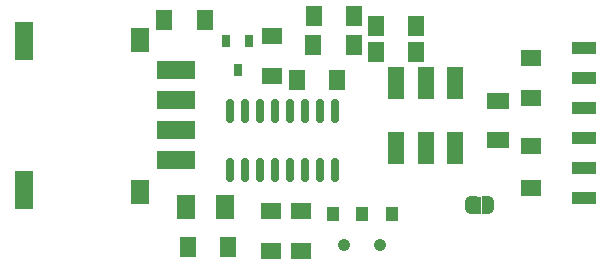
<source format=gbr>
%TF.GenerationSoftware,KiCad,Pcbnew,9.0.0*%
%TF.CreationDate,2025-04-06T18:56:11+05:30*%
%TF.ProjectId,FTDI-UPDI-CH340-Type-c,46544449-2d55-4504-9449-2d4348333430,rev?*%
%TF.SameCoordinates,Original*%
%TF.FileFunction,Soldermask,Top*%
%TF.FilePolarity,Negative*%
%FSLAX46Y46*%
G04 Gerber Fmt 4.6, Leading zero omitted, Abs format (unit mm)*
G04 Created by KiCad (PCBNEW 9.0.0) date 2025-04-06 18:56:11*
%MOMM*%
%LPD*%
G01*
G04 APERTURE LIST*
G04 Aperture macros list*
%AMRoundRect*
0 Rectangle with rounded corners*
0 $1 Rounding radius*
0 $2 $3 $4 $5 $6 $7 $8 $9 X,Y pos of 4 corners*
0 Add a 4 corners polygon primitive as box body*
4,1,4,$2,$3,$4,$5,$6,$7,$8,$9,$2,$3,0*
0 Add four circle primitives for the rounded corners*
1,1,$1+$1,$2,$3*
1,1,$1+$1,$4,$5*
1,1,$1+$1,$6,$7*
1,1,$1+$1,$8,$9*
0 Add four rect primitives between the rounded corners*
20,1,$1+$1,$2,$3,$4,$5,0*
20,1,$1+$1,$4,$5,$6,$7,0*
20,1,$1+$1,$6,$7,$8,$9,0*
20,1,$1+$1,$8,$9,$2,$3,0*%
%AMFreePoly0*
4,1,23,0.500000,-0.750000,0.000000,-0.750000,0.000000,-0.745722,-0.065263,-0.745722,-0.191342,-0.711940,-0.304381,-0.646677,-0.396677,-0.554381,-0.461940,-0.441342,-0.495722,-0.315263,-0.495722,-0.250000,-0.500000,-0.250000,-0.500000,0.250000,-0.495722,0.250000,-0.495722,0.315263,-0.461940,0.441342,-0.396677,0.554381,-0.304381,0.646677,-0.191342,0.711940,-0.065263,0.745722,0.000000,0.745722,
0.000000,0.750000,0.500000,0.750000,0.500000,-0.750000,0.500000,-0.750000,$1*%
%AMFreePoly1*
4,1,23,0.000000,0.745722,0.065263,0.745722,0.191342,0.711940,0.304381,0.646677,0.396677,0.554381,0.461940,0.441342,0.495722,0.315263,0.495722,0.250000,0.500000,0.250000,0.500000,-0.250000,0.495722,-0.250000,0.495722,-0.315263,0.461940,-0.441342,0.396677,-0.554381,0.304381,-0.646677,0.191342,-0.711940,0.065263,-0.745722,0.000000,-0.745722,0.000000,-0.750000,-0.500000,-0.750000,
-0.500000,0.750000,0.000000,0.750000,0.000000,0.745722,0.000000,0.745722,$1*%
G04 Aperture macros list end*
%ADD10R,2.000000X1.000000*%
%ADD11R,1.700000X1.400000*%
%ADD12R,1.400000X1.700000*%
%ADD13RoundRect,0.102000X0.600000X1.250000X-0.600000X1.250000X-0.600000X-1.250000X0.600000X-1.250000X0*%
%ADD14R,1.900000X1.400000*%
%ADD15R,3.200000X1.600000*%
%ADD16R,1.600000X2.000000*%
%ADD17R,1.600000X3.200000*%
%ADD18R,0.700000X1.000000*%
%ADD19R,1.500000X2.000000*%
%ADD20C,1.050000*%
%ADD21R,1.000000X1.200000*%
%ADD22RoundRect,0.150000X-0.150000X0.825000X-0.150000X-0.825000X0.150000X-0.825000X0.150000X0.825000X0*%
%ADD23FreePoly0,0.000000*%
%ADD24FreePoly1,0.000000*%
G04 APERTURE END LIST*
%TO.C,JP2*%
G36*
X152314148Y-102760605D02*
G01*
X152614148Y-102760605D01*
X152614148Y-104260605D01*
X152314148Y-104260605D01*
X152314148Y-102760605D01*
G37*
%TD*%
D10*
%TO.C,J2*%
X161354148Y-90175605D03*
X161354148Y-92715605D03*
X161354148Y-95255605D03*
X161354148Y-97795605D03*
X161354148Y-100335605D03*
X161354148Y-102875605D03*
%TD*%
D11*
%TO.C,C1*%
X137449528Y-103997945D03*
X137449528Y-107397945D03*
%TD*%
D12*
%TO.C,C2*%
X137036467Y-92899194D03*
X140436467Y-92899194D03*
%TD*%
%TO.C,R3*%
X131258966Y-107019280D03*
X127858966Y-107019280D03*
%TD*%
%TO.C,R1*%
X138464115Y-89889293D03*
X141864115Y-89889293D03*
%TD*%
D13*
%TO.C,SW2*%
X150493590Y-93158767D03*
X147993590Y-93158767D03*
X145493590Y-93158767D03*
X145493590Y-98658767D03*
X147993590Y-98658767D03*
X150493590Y-98658767D03*
%TD*%
D14*
%TO.C,D5*%
X154075790Y-94648133D03*
X154075790Y-97948133D03*
%TD*%
D15*
%TO.C,J1*%
X126795091Y-99685605D03*
X126795091Y-97145605D03*
X126795091Y-94605605D03*
X126795091Y-92065605D03*
D16*
X123782214Y-102342302D03*
D17*
X113964851Y-102239403D03*
X113961026Y-89549639D03*
D16*
X123772591Y-89538799D03*
%TD*%
D18*
%TO.C,U2*%
X132997631Y-89610605D03*
X131097631Y-89610605D03*
X132047631Y-92010605D03*
%TD*%
D12*
%TO.C,D1*%
X147179148Y-90516950D03*
X143779148Y-90516950D03*
%TD*%
D19*
%TO.C,D3*%
X130984641Y-103632261D03*
X127684641Y-103632261D03*
%TD*%
D12*
%TO.C,R2*%
X138508163Y-87466645D03*
X141908163Y-87466645D03*
%TD*%
D20*
%TO.C,SW1*%
X141097802Y-106854511D03*
X144097802Y-106854511D03*
D21*
X140097802Y-104254511D03*
X142597802Y-104254511D03*
X145097802Y-104254511D03*
%TD*%
D12*
%TO.C,C4*%
X129245034Y-87774927D03*
X125845034Y-87774927D03*
%TD*%
D11*
%TO.C,JP1*%
X156909148Y-94415605D03*
X156909148Y-91015605D03*
%TD*%
%TO.C,D4*%
X134844304Y-107397945D03*
X134844304Y-103997945D03*
%TD*%
%TO.C,R4*%
X156909148Y-98435605D03*
X156909148Y-102035605D03*
%TD*%
D22*
%TO.C,U1*%
X140335000Y-95545001D03*
X139065000Y-95545001D03*
X137795000Y-95545001D03*
X136525000Y-95545001D03*
X135255000Y-95545001D03*
X133985000Y-95545001D03*
X132715000Y-95545001D03*
X131445000Y-95545001D03*
X131445000Y-100495001D03*
X132715000Y-100495001D03*
X133985000Y-100495001D03*
X135255000Y-100495001D03*
X136525000Y-100495001D03*
X137795000Y-100495001D03*
X139065000Y-100495001D03*
X140335000Y-100495001D03*
%TD*%
D23*
%TO.C,JP2*%
X151814148Y-103510605D03*
D24*
X153214148Y-103510605D03*
%TD*%
D11*
%TO.C,C3*%
X134996347Y-89172870D03*
X134996347Y-92572870D03*
%TD*%
D12*
%TO.C,D2*%
X147193611Y-88285287D03*
X143793611Y-88285287D03*
%TD*%
M02*

</source>
